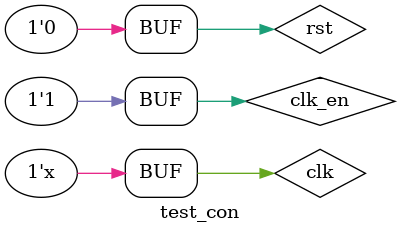
<source format=v>
`timescale 1ns / 1ps


module test_con;

	// Inputs
	reg clk;
	reg rst;
	reg clk_en;

	// Outputs
	wire [3:0] sal;

	// Instantiate the Unit Under Test (UUT)
	contador_BCD uut (
		.clk(clk), 
		.rst(rst), 
		.clk_en(clk_en), 
		.sal(sal)
	);
	always 
		#10 clk=~clk;

	initial begin
		// Initialize Inputs
		clk = 0;
		rst = 0;
		clk_en = 0;

		// Wait 100 ns for global reset to finish
		#100;
		#10 clk_en =1;
		#150 rst=1;
		#25 rst=0;
		
        
		// Add stimulus here

	end
      
endmodule


</source>
